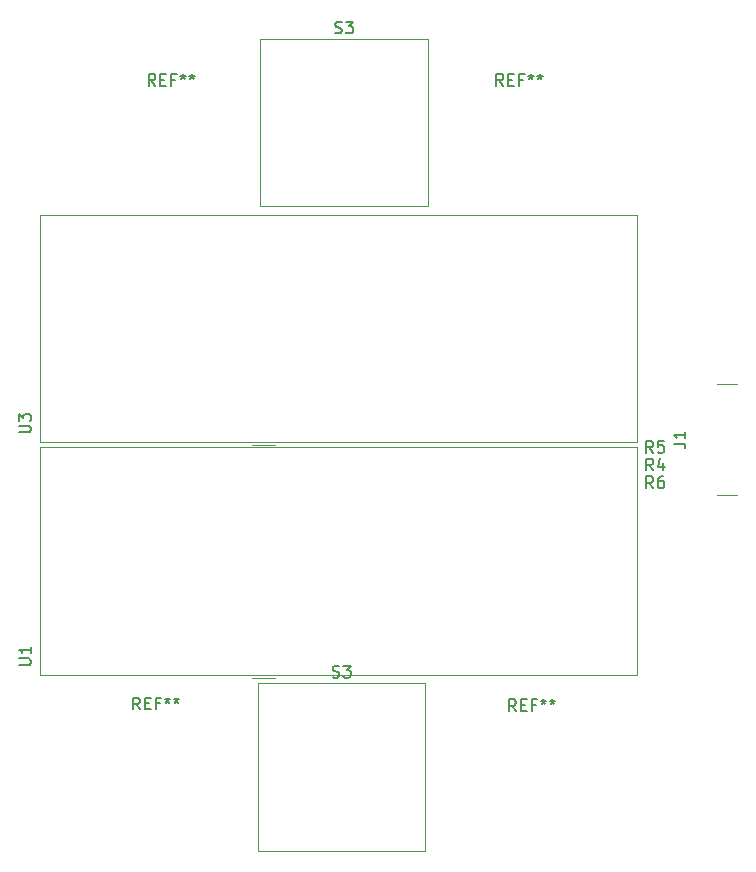
<source format=gbr>
%TF.GenerationSoftware,KiCad,Pcbnew,8.0.2*%
%TF.CreationDate,2024-05-25T17:49:00-05:00*%
%TF.ProjectId,kicad_timer,6b696361-645f-4746-996d-65722e6b6963,rev?*%
%TF.SameCoordinates,Original*%
%TF.FileFunction,Legend,Top*%
%TF.FilePolarity,Positive*%
%FSLAX46Y46*%
G04 Gerber Fmt 4.6, Leading zero omitted, Abs format (unit mm)*
G04 Created by KiCad (PCBNEW 8.0.2) date 2024-05-25 17:49:00*
%MOMM*%
%LPD*%
G01*
G04 APERTURE LIST*
%ADD10C,0.150000*%
%ADD11C,0.120000*%
G04 APERTURE END LIST*
D10*
X130634819Y-94786904D02*
X131444342Y-94786904D01*
X131444342Y-94786904D02*
X131539580Y-94739285D01*
X131539580Y-94739285D02*
X131587200Y-94691666D01*
X131587200Y-94691666D02*
X131634819Y-94596428D01*
X131634819Y-94596428D02*
X131634819Y-94405952D01*
X131634819Y-94405952D02*
X131587200Y-94310714D01*
X131587200Y-94310714D02*
X131539580Y-94263095D01*
X131539580Y-94263095D02*
X131444342Y-94215476D01*
X131444342Y-94215476D02*
X130634819Y-94215476D01*
X130634819Y-93834523D02*
X130634819Y-93215476D01*
X130634819Y-93215476D02*
X131015771Y-93548809D01*
X131015771Y-93548809D02*
X131015771Y-93405952D01*
X131015771Y-93405952D02*
X131063390Y-93310714D01*
X131063390Y-93310714D02*
X131111009Y-93263095D01*
X131111009Y-93263095D02*
X131206247Y-93215476D01*
X131206247Y-93215476D02*
X131444342Y-93215476D01*
X131444342Y-93215476D02*
X131539580Y-93263095D01*
X131539580Y-93263095D02*
X131587200Y-93310714D01*
X131587200Y-93310714D02*
X131634819Y-93405952D01*
X131634819Y-93405952D02*
X131634819Y-93691666D01*
X131634819Y-93691666D02*
X131587200Y-93786904D01*
X131587200Y-93786904D02*
X131539580Y-93834523D01*
X157198095Y-115487200D02*
X157340952Y-115534819D01*
X157340952Y-115534819D02*
X157579047Y-115534819D01*
X157579047Y-115534819D02*
X157674285Y-115487200D01*
X157674285Y-115487200D02*
X157721904Y-115439580D01*
X157721904Y-115439580D02*
X157769523Y-115344342D01*
X157769523Y-115344342D02*
X157769523Y-115249104D01*
X157769523Y-115249104D02*
X157721904Y-115153866D01*
X157721904Y-115153866D02*
X157674285Y-115106247D01*
X157674285Y-115106247D02*
X157579047Y-115058628D01*
X157579047Y-115058628D02*
X157388571Y-115011009D01*
X157388571Y-115011009D02*
X157293333Y-114963390D01*
X157293333Y-114963390D02*
X157245714Y-114915771D01*
X157245714Y-114915771D02*
X157198095Y-114820533D01*
X157198095Y-114820533D02*
X157198095Y-114725295D01*
X157198095Y-114725295D02*
X157245714Y-114630057D01*
X157245714Y-114630057D02*
X157293333Y-114582438D01*
X157293333Y-114582438D02*
X157388571Y-114534819D01*
X157388571Y-114534819D02*
X157626666Y-114534819D01*
X157626666Y-114534819D02*
X157769523Y-114582438D01*
X158102857Y-114534819D02*
X158721904Y-114534819D01*
X158721904Y-114534819D02*
X158388571Y-114915771D01*
X158388571Y-114915771D02*
X158531428Y-114915771D01*
X158531428Y-114915771D02*
X158626666Y-114963390D01*
X158626666Y-114963390D02*
X158674285Y-115011009D01*
X158674285Y-115011009D02*
X158721904Y-115106247D01*
X158721904Y-115106247D02*
X158721904Y-115344342D01*
X158721904Y-115344342D02*
X158674285Y-115439580D01*
X158674285Y-115439580D02*
X158626666Y-115487200D01*
X158626666Y-115487200D02*
X158531428Y-115534819D01*
X158531428Y-115534819D02*
X158245714Y-115534819D01*
X158245714Y-115534819D02*
X158150476Y-115487200D01*
X158150476Y-115487200D02*
X158102857Y-115439580D01*
X140876666Y-118234819D02*
X140543333Y-117758628D01*
X140305238Y-118234819D02*
X140305238Y-117234819D01*
X140305238Y-117234819D02*
X140686190Y-117234819D01*
X140686190Y-117234819D02*
X140781428Y-117282438D01*
X140781428Y-117282438D02*
X140829047Y-117330057D01*
X140829047Y-117330057D02*
X140876666Y-117425295D01*
X140876666Y-117425295D02*
X140876666Y-117568152D01*
X140876666Y-117568152D02*
X140829047Y-117663390D01*
X140829047Y-117663390D02*
X140781428Y-117711009D01*
X140781428Y-117711009D02*
X140686190Y-117758628D01*
X140686190Y-117758628D02*
X140305238Y-117758628D01*
X141305238Y-117711009D02*
X141638571Y-117711009D01*
X141781428Y-118234819D02*
X141305238Y-118234819D01*
X141305238Y-118234819D02*
X141305238Y-117234819D01*
X141305238Y-117234819D02*
X141781428Y-117234819D01*
X142543333Y-117711009D02*
X142210000Y-117711009D01*
X142210000Y-118234819D02*
X142210000Y-117234819D01*
X142210000Y-117234819D02*
X142686190Y-117234819D01*
X143210000Y-117234819D02*
X143210000Y-117472914D01*
X142971905Y-117377676D02*
X143210000Y-117472914D01*
X143210000Y-117472914D02*
X143448095Y-117377676D01*
X143067143Y-117663390D02*
X143210000Y-117472914D01*
X143210000Y-117472914D02*
X143352857Y-117663390D01*
X143971905Y-117234819D02*
X143971905Y-117472914D01*
X143733810Y-117377676D02*
X143971905Y-117472914D01*
X143971905Y-117472914D02*
X144210000Y-117377676D01*
X143829048Y-117663390D02*
X143971905Y-117472914D01*
X143971905Y-117472914D02*
X144114762Y-117663390D01*
X184333333Y-96504819D02*
X184000000Y-96028628D01*
X183761905Y-96504819D02*
X183761905Y-95504819D01*
X183761905Y-95504819D02*
X184142857Y-95504819D01*
X184142857Y-95504819D02*
X184238095Y-95552438D01*
X184238095Y-95552438D02*
X184285714Y-95600057D01*
X184285714Y-95600057D02*
X184333333Y-95695295D01*
X184333333Y-95695295D02*
X184333333Y-95838152D01*
X184333333Y-95838152D02*
X184285714Y-95933390D01*
X184285714Y-95933390D02*
X184238095Y-95981009D01*
X184238095Y-95981009D02*
X184142857Y-96028628D01*
X184142857Y-96028628D02*
X183761905Y-96028628D01*
X185238095Y-95504819D02*
X184761905Y-95504819D01*
X184761905Y-95504819D02*
X184714286Y-95981009D01*
X184714286Y-95981009D02*
X184761905Y-95933390D01*
X184761905Y-95933390D02*
X184857143Y-95885771D01*
X184857143Y-95885771D02*
X185095238Y-95885771D01*
X185095238Y-95885771D02*
X185190476Y-95933390D01*
X185190476Y-95933390D02*
X185238095Y-95981009D01*
X185238095Y-95981009D02*
X185285714Y-96076247D01*
X185285714Y-96076247D02*
X185285714Y-96314342D01*
X185285714Y-96314342D02*
X185238095Y-96409580D01*
X185238095Y-96409580D02*
X185190476Y-96457200D01*
X185190476Y-96457200D02*
X185095238Y-96504819D01*
X185095238Y-96504819D02*
X184857143Y-96504819D01*
X184857143Y-96504819D02*
X184761905Y-96457200D01*
X184761905Y-96457200D02*
X184714286Y-96409580D01*
X184333333Y-99504819D02*
X184000000Y-99028628D01*
X183761905Y-99504819D02*
X183761905Y-98504819D01*
X183761905Y-98504819D02*
X184142857Y-98504819D01*
X184142857Y-98504819D02*
X184238095Y-98552438D01*
X184238095Y-98552438D02*
X184285714Y-98600057D01*
X184285714Y-98600057D02*
X184333333Y-98695295D01*
X184333333Y-98695295D02*
X184333333Y-98838152D01*
X184333333Y-98838152D02*
X184285714Y-98933390D01*
X184285714Y-98933390D02*
X184238095Y-98981009D01*
X184238095Y-98981009D02*
X184142857Y-99028628D01*
X184142857Y-99028628D02*
X183761905Y-99028628D01*
X185190476Y-98504819D02*
X185000000Y-98504819D01*
X185000000Y-98504819D02*
X184904762Y-98552438D01*
X184904762Y-98552438D02*
X184857143Y-98600057D01*
X184857143Y-98600057D02*
X184761905Y-98742914D01*
X184761905Y-98742914D02*
X184714286Y-98933390D01*
X184714286Y-98933390D02*
X184714286Y-99314342D01*
X184714286Y-99314342D02*
X184761905Y-99409580D01*
X184761905Y-99409580D02*
X184809524Y-99457200D01*
X184809524Y-99457200D02*
X184904762Y-99504819D01*
X184904762Y-99504819D02*
X185095238Y-99504819D01*
X185095238Y-99504819D02*
X185190476Y-99457200D01*
X185190476Y-99457200D02*
X185238095Y-99409580D01*
X185238095Y-99409580D02*
X185285714Y-99314342D01*
X185285714Y-99314342D02*
X185285714Y-99076247D01*
X185285714Y-99076247D02*
X185238095Y-98981009D01*
X185238095Y-98981009D02*
X185190476Y-98933390D01*
X185190476Y-98933390D02*
X185095238Y-98885771D01*
X185095238Y-98885771D02*
X184904762Y-98885771D01*
X184904762Y-98885771D02*
X184809524Y-98933390D01*
X184809524Y-98933390D02*
X184761905Y-98981009D01*
X184761905Y-98981009D02*
X184714286Y-99076247D01*
X172716666Y-118384819D02*
X172383333Y-117908628D01*
X172145238Y-118384819D02*
X172145238Y-117384819D01*
X172145238Y-117384819D02*
X172526190Y-117384819D01*
X172526190Y-117384819D02*
X172621428Y-117432438D01*
X172621428Y-117432438D02*
X172669047Y-117480057D01*
X172669047Y-117480057D02*
X172716666Y-117575295D01*
X172716666Y-117575295D02*
X172716666Y-117718152D01*
X172716666Y-117718152D02*
X172669047Y-117813390D01*
X172669047Y-117813390D02*
X172621428Y-117861009D01*
X172621428Y-117861009D02*
X172526190Y-117908628D01*
X172526190Y-117908628D02*
X172145238Y-117908628D01*
X173145238Y-117861009D02*
X173478571Y-117861009D01*
X173621428Y-118384819D02*
X173145238Y-118384819D01*
X173145238Y-118384819D02*
X173145238Y-117384819D01*
X173145238Y-117384819D02*
X173621428Y-117384819D01*
X174383333Y-117861009D02*
X174050000Y-117861009D01*
X174050000Y-118384819D02*
X174050000Y-117384819D01*
X174050000Y-117384819D02*
X174526190Y-117384819D01*
X175050000Y-117384819D02*
X175050000Y-117622914D01*
X174811905Y-117527676D02*
X175050000Y-117622914D01*
X175050000Y-117622914D02*
X175288095Y-117527676D01*
X174907143Y-117813390D02*
X175050000Y-117622914D01*
X175050000Y-117622914D02*
X175192857Y-117813390D01*
X175811905Y-117384819D02*
X175811905Y-117622914D01*
X175573810Y-117527676D02*
X175811905Y-117622914D01*
X175811905Y-117622914D02*
X176050000Y-117527676D01*
X175669048Y-117813390D02*
X175811905Y-117622914D01*
X175811905Y-117622914D02*
X175954762Y-117813390D01*
X171636666Y-65424819D02*
X171303333Y-64948628D01*
X171065238Y-65424819D02*
X171065238Y-64424819D01*
X171065238Y-64424819D02*
X171446190Y-64424819D01*
X171446190Y-64424819D02*
X171541428Y-64472438D01*
X171541428Y-64472438D02*
X171589047Y-64520057D01*
X171589047Y-64520057D02*
X171636666Y-64615295D01*
X171636666Y-64615295D02*
X171636666Y-64758152D01*
X171636666Y-64758152D02*
X171589047Y-64853390D01*
X171589047Y-64853390D02*
X171541428Y-64901009D01*
X171541428Y-64901009D02*
X171446190Y-64948628D01*
X171446190Y-64948628D02*
X171065238Y-64948628D01*
X172065238Y-64901009D02*
X172398571Y-64901009D01*
X172541428Y-65424819D02*
X172065238Y-65424819D01*
X172065238Y-65424819D02*
X172065238Y-64424819D01*
X172065238Y-64424819D02*
X172541428Y-64424819D01*
X173303333Y-64901009D02*
X172970000Y-64901009D01*
X172970000Y-65424819D02*
X172970000Y-64424819D01*
X172970000Y-64424819D02*
X173446190Y-64424819D01*
X173970000Y-64424819D02*
X173970000Y-64662914D01*
X173731905Y-64567676D02*
X173970000Y-64662914D01*
X173970000Y-64662914D02*
X174208095Y-64567676D01*
X173827143Y-64853390D02*
X173970000Y-64662914D01*
X173970000Y-64662914D02*
X174112857Y-64853390D01*
X174731905Y-64424819D02*
X174731905Y-64662914D01*
X174493810Y-64567676D02*
X174731905Y-64662914D01*
X174731905Y-64662914D02*
X174970000Y-64567676D01*
X174589048Y-64853390D02*
X174731905Y-64662914D01*
X174731905Y-64662914D02*
X174874762Y-64853390D01*
X130634819Y-114491904D02*
X131444342Y-114491904D01*
X131444342Y-114491904D02*
X131539580Y-114444285D01*
X131539580Y-114444285D02*
X131587200Y-114396666D01*
X131587200Y-114396666D02*
X131634819Y-114301428D01*
X131634819Y-114301428D02*
X131634819Y-114110952D01*
X131634819Y-114110952D02*
X131587200Y-114015714D01*
X131587200Y-114015714D02*
X131539580Y-113968095D01*
X131539580Y-113968095D02*
X131444342Y-113920476D01*
X131444342Y-113920476D02*
X130634819Y-113920476D01*
X131634819Y-112920476D02*
X131634819Y-113491904D01*
X131634819Y-113206190D02*
X130634819Y-113206190D01*
X130634819Y-113206190D02*
X130777676Y-113301428D01*
X130777676Y-113301428D02*
X130872914Y-113396666D01*
X130872914Y-113396666D02*
X130920533Y-113491904D01*
X142186666Y-65424819D02*
X141853333Y-64948628D01*
X141615238Y-65424819D02*
X141615238Y-64424819D01*
X141615238Y-64424819D02*
X141996190Y-64424819D01*
X141996190Y-64424819D02*
X142091428Y-64472438D01*
X142091428Y-64472438D02*
X142139047Y-64520057D01*
X142139047Y-64520057D02*
X142186666Y-64615295D01*
X142186666Y-64615295D02*
X142186666Y-64758152D01*
X142186666Y-64758152D02*
X142139047Y-64853390D01*
X142139047Y-64853390D02*
X142091428Y-64901009D01*
X142091428Y-64901009D02*
X141996190Y-64948628D01*
X141996190Y-64948628D02*
X141615238Y-64948628D01*
X142615238Y-64901009D02*
X142948571Y-64901009D01*
X143091428Y-65424819D02*
X142615238Y-65424819D01*
X142615238Y-65424819D02*
X142615238Y-64424819D01*
X142615238Y-64424819D02*
X143091428Y-64424819D01*
X143853333Y-64901009D02*
X143520000Y-64901009D01*
X143520000Y-65424819D02*
X143520000Y-64424819D01*
X143520000Y-64424819D02*
X143996190Y-64424819D01*
X144520000Y-64424819D02*
X144520000Y-64662914D01*
X144281905Y-64567676D02*
X144520000Y-64662914D01*
X144520000Y-64662914D02*
X144758095Y-64567676D01*
X144377143Y-64853390D02*
X144520000Y-64662914D01*
X144520000Y-64662914D02*
X144662857Y-64853390D01*
X145281905Y-64424819D02*
X145281905Y-64662914D01*
X145043810Y-64567676D02*
X145281905Y-64662914D01*
X145281905Y-64662914D02*
X145520000Y-64567676D01*
X145139048Y-64853390D02*
X145281905Y-64662914D01*
X145281905Y-64662914D02*
X145424762Y-64853390D01*
X184333333Y-98004819D02*
X184000000Y-97528628D01*
X183761905Y-98004819D02*
X183761905Y-97004819D01*
X183761905Y-97004819D02*
X184142857Y-97004819D01*
X184142857Y-97004819D02*
X184238095Y-97052438D01*
X184238095Y-97052438D02*
X184285714Y-97100057D01*
X184285714Y-97100057D02*
X184333333Y-97195295D01*
X184333333Y-97195295D02*
X184333333Y-97338152D01*
X184333333Y-97338152D02*
X184285714Y-97433390D01*
X184285714Y-97433390D02*
X184238095Y-97481009D01*
X184238095Y-97481009D02*
X184142857Y-97528628D01*
X184142857Y-97528628D02*
X183761905Y-97528628D01*
X185190476Y-97338152D02*
X185190476Y-98004819D01*
X184952381Y-96957200D02*
X184714286Y-97671485D01*
X184714286Y-97671485D02*
X185333333Y-97671485D01*
X157418095Y-60949700D02*
X157560952Y-60997319D01*
X157560952Y-60997319D02*
X157799047Y-60997319D01*
X157799047Y-60997319D02*
X157894285Y-60949700D01*
X157894285Y-60949700D02*
X157941904Y-60902080D01*
X157941904Y-60902080D02*
X157989523Y-60806842D01*
X157989523Y-60806842D02*
X157989523Y-60711604D01*
X157989523Y-60711604D02*
X157941904Y-60616366D01*
X157941904Y-60616366D02*
X157894285Y-60568747D01*
X157894285Y-60568747D02*
X157799047Y-60521128D01*
X157799047Y-60521128D02*
X157608571Y-60473509D01*
X157608571Y-60473509D02*
X157513333Y-60425890D01*
X157513333Y-60425890D02*
X157465714Y-60378271D01*
X157465714Y-60378271D02*
X157418095Y-60283033D01*
X157418095Y-60283033D02*
X157418095Y-60187795D01*
X157418095Y-60187795D02*
X157465714Y-60092557D01*
X157465714Y-60092557D02*
X157513333Y-60044938D01*
X157513333Y-60044938D02*
X157608571Y-59997319D01*
X157608571Y-59997319D02*
X157846666Y-59997319D01*
X157846666Y-59997319D02*
X157989523Y-60044938D01*
X158322857Y-59997319D02*
X158941904Y-59997319D01*
X158941904Y-59997319D02*
X158608571Y-60378271D01*
X158608571Y-60378271D02*
X158751428Y-60378271D01*
X158751428Y-60378271D02*
X158846666Y-60425890D01*
X158846666Y-60425890D02*
X158894285Y-60473509D01*
X158894285Y-60473509D02*
X158941904Y-60568747D01*
X158941904Y-60568747D02*
X158941904Y-60806842D01*
X158941904Y-60806842D02*
X158894285Y-60902080D01*
X158894285Y-60902080D02*
X158846666Y-60949700D01*
X158846666Y-60949700D02*
X158751428Y-60997319D01*
X158751428Y-60997319D02*
X158465714Y-60997319D01*
X158465714Y-60997319D02*
X158370476Y-60949700D01*
X158370476Y-60949700D02*
X158322857Y-60902080D01*
X186061801Y-95722899D02*
X186776086Y-95722899D01*
X186776086Y-95722899D02*
X186918943Y-95770518D01*
X186918943Y-95770518D02*
X187014182Y-95865756D01*
X187014182Y-95865756D02*
X187061801Y-96008613D01*
X187061801Y-96008613D02*
X187061801Y-96103851D01*
X187061801Y-94722899D02*
X187061801Y-95294327D01*
X187061801Y-95008613D02*
X186061801Y-95008613D01*
X186061801Y-95008613D02*
X186204658Y-95103851D01*
X186204658Y-95103851D02*
X186299896Y-95199089D01*
X186299896Y-95199089D02*
X186347515Y-95294327D01*
D11*
%TO.C,U3*%
X132410000Y-95585000D02*
X132410000Y-76345000D01*
X132410000Y-95585000D02*
X182950000Y-95585000D01*
X150330000Y-95835000D02*
X152330000Y-95835000D01*
X182950000Y-76345000D02*
X132410000Y-76345000D01*
X182950000Y-95585000D02*
X182950000Y-76345000D01*
%TO.C,S3*%
X150860000Y-115980000D02*
X150860000Y-130180000D01*
X150860000Y-130180000D02*
X165060000Y-130180000D01*
X165060000Y-115980000D02*
X150860000Y-115980000D01*
X165060000Y-130180000D02*
X165060000Y-115980000D01*
%TO.C,U1*%
X132410000Y-115290000D02*
X132410000Y-96050000D01*
X132410000Y-115290000D02*
X182950000Y-115290000D01*
X150330000Y-115540000D02*
X152330000Y-115540000D01*
X182950000Y-96050000D02*
X132410000Y-96050000D01*
X182950000Y-115290000D02*
X182950000Y-96050000D01*
%TO.C,S3*%
X151080000Y-61442500D02*
X151080000Y-75642500D01*
X151080000Y-75642500D02*
X165280000Y-75642500D01*
X165280000Y-61442500D02*
X151080000Y-61442500D01*
X165280000Y-75642500D02*
X165280000Y-61442500D01*
%TO.C,J1*%
X191456982Y-90719566D02*
X189756982Y-90719566D01*
X191456982Y-100059566D02*
X189756982Y-100059566D01*
%TD*%
M02*

</source>
